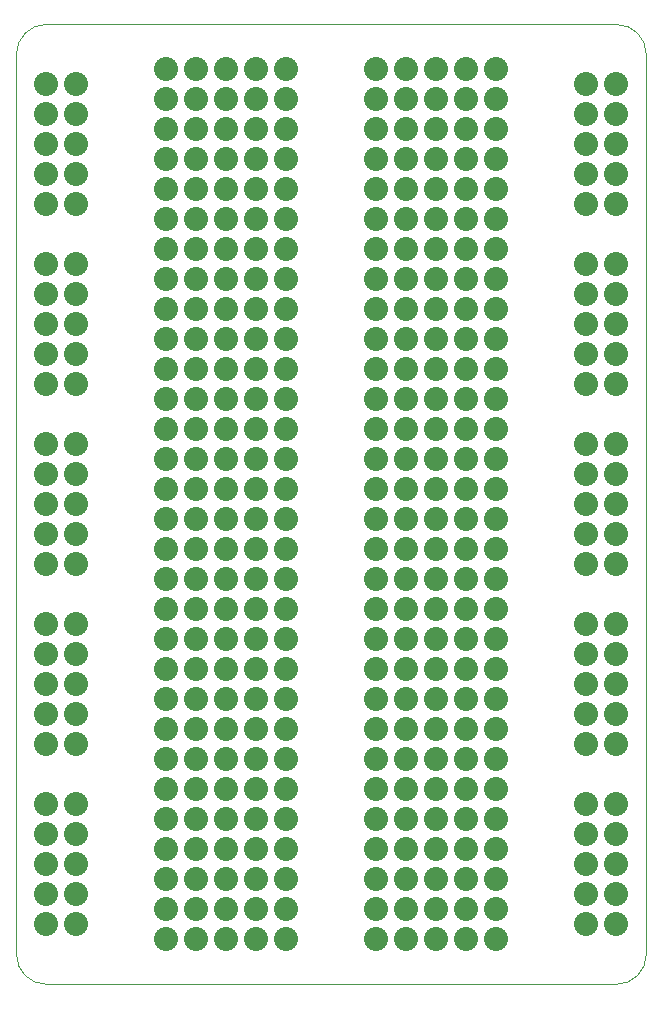
<source format=gbs>
G04 #@! TF.FileFunction,Soldermask,Bot*
%FSLAX46Y46*%
G04 Gerber Fmt 4.6, Leading zero omitted, Abs format (unit mm)*
G04 Created by KiCad (PCBNEW 0.201504151001+5600~22~ubuntu14.10.1-product) date Thu Apr 16 18:00:28 2015*
%MOMM*%
G01*
G04 APERTURE LIST*
%ADD10C,0.100000*%
%ADD11C,2.032000*%
G04 APERTURE END LIST*
D10*
X91440000Y-118110000D02*
G75*
G03X93980000Y-120650000I2540000J0D01*
G01*
X142240000Y-120650000D02*
G75*
G03X144780000Y-118110000I0J2540000D01*
G01*
X144780000Y-41910000D02*
G75*
G03X142240000Y-39370000I-2540000J0D01*
G01*
X93980000Y-39370000D02*
G75*
G03X91440000Y-41910000I0J-2540000D01*
G01*
X91440000Y-118110000D02*
X91440000Y-41910000D01*
X142240000Y-120650000D02*
X93980000Y-120650000D01*
X144780000Y-41910000D02*
X144780000Y-118110000D01*
X93980000Y-39370000D02*
X142240000Y-39370000D01*
D11*
X121920000Y-111760000D03*
X124460000Y-111760000D03*
X127000000Y-111760000D03*
X132080000Y-111760000D03*
X129540000Y-111760000D03*
X121920000Y-114300000D03*
X124460000Y-114300000D03*
X127000000Y-114300000D03*
X132080000Y-114300000D03*
X129540000Y-114300000D03*
X129540000Y-116840000D03*
X132080000Y-116840000D03*
X127000000Y-116840000D03*
X124460000Y-116840000D03*
X121920000Y-116840000D03*
X129540000Y-99060000D03*
X132080000Y-99060000D03*
X127000000Y-99060000D03*
X124460000Y-99060000D03*
X121920000Y-99060000D03*
X121920000Y-109220000D03*
X124460000Y-109220000D03*
X127000000Y-109220000D03*
X132080000Y-109220000D03*
X129540000Y-109220000D03*
X129540000Y-106680000D03*
X132080000Y-106680000D03*
X127000000Y-106680000D03*
X124460000Y-106680000D03*
X121920000Y-106680000D03*
X121920000Y-101600000D03*
X124460000Y-101600000D03*
X127000000Y-101600000D03*
X132080000Y-101600000D03*
X129540000Y-101600000D03*
X129540000Y-104140000D03*
X132080000Y-104140000D03*
X127000000Y-104140000D03*
X124460000Y-104140000D03*
X121920000Y-104140000D03*
X121920000Y-91440000D03*
X124460000Y-91440000D03*
X127000000Y-91440000D03*
X132080000Y-91440000D03*
X129540000Y-91440000D03*
X129540000Y-88900000D03*
X132080000Y-88900000D03*
X127000000Y-88900000D03*
X124460000Y-88900000D03*
X121920000Y-88900000D03*
X121920000Y-93980000D03*
X124460000Y-93980000D03*
X127000000Y-93980000D03*
X132080000Y-93980000D03*
X129540000Y-93980000D03*
X129540000Y-96520000D03*
X132080000Y-96520000D03*
X127000000Y-96520000D03*
X124460000Y-96520000D03*
X121920000Y-96520000D03*
X121920000Y-86360000D03*
X124460000Y-86360000D03*
X127000000Y-86360000D03*
X132080000Y-86360000D03*
X129540000Y-86360000D03*
X129540000Y-83820000D03*
X132080000Y-83820000D03*
X127000000Y-83820000D03*
X124460000Y-83820000D03*
X121920000Y-83820000D03*
X121920000Y-66040000D03*
X124460000Y-66040000D03*
X127000000Y-66040000D03*
X132080000Y-66040000D03*
X129540000Y-66040000D03*
X129540000Y-63500000D03*
X132080000Y-63500000D03*
X127000000Y-63500000D03*
X124460000Y-63500000D03*
X121920000Y-63500000D03*
X121920000Y-68580000D03*
X124460000Y-68580000D03*
X127000000Y-68580000D03*
X132080000Y-68580000D03*
X129540000Y-68580000D03*
X129540000Y-71120000D03*
X132080000Y-71120000D03*
X127000000Y-71120000D03*
X124460000Y-71120000D03*
X121920000Y-71120000D03*
X121920000Y-81280000D03*
X124460000Y-81280000D03*
X127000000Y-81280000D03*
X132080000Y-81280000D03*
X129540000Y-81280000D03*
X129540000Y-78740000D03*
X132080000Y-78740000D03*
X127000000Y-78740000D03*
X124460000Y-78740000D03*
X121920000Y-78740000D03*
X121920000Y-73660000D03*
X124460000Y-73660000D03*
X127000000Y-73660000D03*
X132080000Y-73660000D03*
X129540000Y-73660000D03*
X129540000Y-76200000D03*
X132080000Y-76200000D03*
X127000000Y-76200000D03*
X124460000Y-76200000D03*
X121920000Y-76200000D03*
X121920000Y-55880000D03*
X124460000Y-55880000D03*
X127000000Y-55880000D03*
X132080000Y-55880000D03*
X129540000Y-55880000D03*
X129540000Y-53340000D03*
X132080000Y-53340000D03*
X127000000Y-53340000D03*
X124460000Y-53340000D03*
X121920000Y-53340000D03*
X121920000Y-58420000D03*
X124460000Y-58420000D03*
X127000000Y-58420000D03*
X132080000Y-58420000D03*
X129540000Y-58420000D03*
X129540000Y-60960000D03*
X132080000Y-60960000D03*
X127000000Y-60960000D03*
X124460000Y-60960000D03*
X121920000Y-60960000D03*
X121920000Y-50800000D03*
X124460000Y-50800000D03*
X127000000Y-50800000D03*
X132080000Y-50800000D03*
X129540000Y-50800000D03*
X129540000Y-48260000D03*
X132080000Y-48260000D03*
X127000000Y-48260000D03*
X124460000Y-48260000D03*
X121920000Y-48260000D03*
X121920000Y-43180000D03*
X124460000Y-43180000D03*
X127000000Y-43180000D03*
X132080000Y-43180000D03*
X129540000Y-43180000D03*
X129540000Y-45720000D03*
X132080000Y-45720000D03*
X127000000Y-45720000D03*
X124460000Y-45720000D03*
X121920000Y-45720000D03*
X114300000Y-83820000D03*
X111760000Y-83820000D03*
X109220000Y-83820000D03*
X104140000Y-83820000D03*
X106680000Y-83820000D03*
X106680000Y-86360000D03*
X104140000Y-86360000D03*
X109220000Y-86360000D03*
X111760000Y-86360000D03*
X114300000Y-86360000D03*
X114300000Y-91440000D03*
X111760000Y-91440000D03*
X109220000Y-91440000D03*
X104140000Y-91440000D03*
X106680000Y-91440000D03*
X106680000Y-88900000D03*
X104140000Y-88900000D03*
X109220000Y-88900000D03*
X111760000Y-88900000D03*
X114300000Y-88900000D03*
X114300000Y-99060000D03*
X111760000Y-99060000D03*
X109220000Y-99060000D03*
X104140000Y-99060000D03*
X106680000Y-99060000D03*
X106680000Y-101600000D03*
X104140000Y-101600000D03*
X109220000Y-101600000D03*
X111760000Y-101600000D03*
X114300000Y-101600000D03*
X114300000Y-96520000D03*
X111760000Y-96520000D03*
X109220000Y-96520000D03*
X104140000Y-96520000D03*
X106680000Y-96520000D03*
X106680000Y-93980000D03*
X104140000Y-93980000D03*
X109220000Y-93980000D03*
X111760000Y-93980000D03*
X114300000Y-93980000D03*
X114300000Y-114300000D03*
X111760000Y-114300000D03*
X109220000Y-114300000D03*
X104140000Y-114300000D03*
X106680000Y-114300000D03*
X106680000Y-116840000D03*
X104140000Y-116840000D03*
X109220000Y-116840000D03*
X111760000Y-116840000D03*
X114300000Y-116840000D03*
X114300000Y-109220000D03*
X111760000Y-109220000D03*
X109220000Y-109220000D03*
X104140000Y-109220000D03*
X106680000Y-109220000D03*
X106680000Y-111760000D03*
X104140000Y-111760000D03*
X109220000Y-111760000D03*
X111760000Y-111760000D03*
X114300000Y-111760000D03*
X114300000Y-106680000D03*
X111760000Y-106680000D03*
X109220000Y-106680000D03*
X104140000Y-106680000D03*
X106680000Y-106680000D03*
X106680000Y-104140000D03*
X104140000Y-104140000D03*
X109220000Y-104140000D03*
X111760000Y-104140000D03*
X114300000Y-104140000D03*
X114300000Y-63500000D03*
X111760000Y-63500000D03*
X109220000Y-63500000D03*
X104140000Y-63500000D03*
X106680000Y-63500000D03*
X106680000Y-66040000D03*
X104140000Y-66040000D03*
X109220000Y-66040000D03*
X111760000Y-66040000D03*
X114300000Y-66040000D03*
X114300000Y-71120000D03*
X111760000Y-71120000D03*
X109220000Y-71120000D03*
X104140000Y-71120000D03*
X106680000Y-71120000D03*
X106680000Y-68580000D03*
X104140000Y-68580000D03*
X109220000Y-68580000D03*
X111760000Y-68580000D03*
X114300000Y-68580000D03*
X114300000Y-78740000D03*
X111760000Y-78740000D03*
X109220000Y-78740000D03*
X104140000Y-78740000D03*
X106680000Y-78740000D03*
X106680000Y-81280000D03*
X104140000Y-81280000D03*
X109220000Y-81280000D03*
X111760000Y-81280000D03*
X114300000Y-81280000D03*
X114300000Y-76200000D03*
X111760000Y-76200000D03*
X109220000Y-76200000D03*
X104140000Y-76200000D03*
X106680000Y-76200000D03*
X106680000Y-73660000D03*
X104140000Y-73660000D03*
X109220000Y-73660000D03*
X111760000Y-73660000D03*
X114300000Y-73660000D03*
X114300000Y-53340000D03*
X111760000Y-53340000D03*
X109220000Y-53340000D03*
X104140000Y-53340000D03*
X106680000Y-53340000D03*
X106680000Y-55880000D03*
X104140000Y-55880000D03*
X109220000Y-55880000D03*
X111760000Y-55880000D03*
X114300000Y-55880000D03*
X114300000Y-60960000D03*
X111760000Y-60960000D03*
X109220000Y-60960000D03*
X104140000Y-60960000D03*
X106680000Y-60960000D03*
X106680000Y-58420000D03*
X104140000Y-58420000D03*
X109220000Y-58420000D03*
X111760000Y-58420000D03*
X114300000Y-58420000D03*
X114300000Y-48260000D03*
X111760000Y-48260000D03*
X109220000Y-48260000D03*
X104140000Y-48260000D03*
X106680000Y-48260000D03*
X106680000Y-50800000D03*
X104140000Y-50800000D03*
X109220000Y-50800000D03*
X111760000Y-50800000D03*
X114300000Y-50800000D03*
X114300000Y-45720000D03*
X111760000Y-45720000D03*
X109220000Y-45720000D03*
X104140000Y-45720000D03*
X106680000Y-45720000D03*
X106680000Y-43180000D03*
X104140000Y-43180000D03*
X109220000Y-43180000D03*
X111760000Y-43180000D03*
X114300000Y-43180000D03*
X93980000Y-115570000D03*
X96520000Y-115570000D03*
X96520000Y-113030000D03*
X93980000Y-113030000D03*
X93980000Y-107950000D03*
X96520000Y-107950000D03*
X96520000Y-110490000D03*
X93980000Y-110490000D03*
X93980000Y-100330000D03*
X96520000Y-100330000D03*
X96520000Y-97790000D03*
X93980000Y-97790000D03*
X96520000Y-105410000D03*
X93980000Y-105410000D03*
X93980000Y-85090000D03*
X96520000Y-85090000D03*
X96520000Y-82550000D03*
X93980000Y-82550000D03*
X93980000Y-77470000D03*
X96520000Y-77470000D03*
X96520000Y-80010000D03*
X93980000Y-80010000D03*
X93980000Y-90170000D03*
X96520000Y-90170000D03*
X93980000Y-92710000D03*
X96520000Y-92710000D03*
X96520000Y-95250000D03*
X93980000Y-95250000D03*
X93980000Y-54610000D03*
X96520000Y-54610000D03*
X96520000Y-52070000D03*
X93980000Y-52070000D03*
X93980000Y-46990000D03*
X96520000Y-46990000D03*
X96520000Y-49530000D03*
X93980000Y-49530000D03*
X96520000Y-44450000D03*
X93980000Y-44450000D03*
X93980000Y-64770000D03*
X96520000Y-64770000D03*
X96520000Y-62230000D03*
X93980000Y-62230000D03*
X96520000Y-59690000D03*
X93980000Y-59690000D03*
X93980000Y-69850000D03*
X96520000Y-69850000D03*
X96520000Y-67310000D03*
X93980000Y-67310000D03*
X96520000Y-74930000D03*
X93980000Y-74930000D03*
X142240000Y-74930000D03*
X139700000Y-74930000D03*
X142240000Y-67310000D03*
X139700000Y-67310000D03*
X139700000Y-69850000D03*
X142240000Y-69850000D03*
X142240000Y-59690000D03*
X139700000Y-59690000D03*
X142240000Y-62230000D03*
X139700000Y-62230000D03*
X139700000Y-64770000D03*
X142240000Y-64770000D03*
X142240000Y-44450000D03*
X139700000Y-44450000D03*
X142240000Y-49530000D03*
X139700000Y-49530000D03*
X139700000Y-46990000D03*
X142240000Y-46990000D03*
X142240000Y-52070000D03*
X139700000Y-52070000D03*
X139700000Y-54610000D03*
X142240000Y-54610000D03*
X142240000Y-95250000D03*
X139700000Y-95250000D03*
X139700000Y-92710000D03*
X142240000Y-92710000D03*
X139700000Y-90170000D03*
X142240000Y-90170000D03*
X142240000Y-80010000D03*
X139700000Y-80010000D03*
X139700000Y-77470000D03*
X142240000Y-77470000D03*
X142240000Y-82550000D03*
X139700000Y-82550000D03*
X139700000Y-85090000D03*
X142240000Y-85090000D03*
X142240000Y-105410000D03*
X139700000Y-105410000D03*
X142240000Y-97790000D03*
X139700000Y-97790000D03*
X139700000Y-100330000D03*
X142240000Y-100330000D03*
X142240000Y-110490000D03*
X139700000Y-110490000D03*
X139700000Y-107950000D03*
X142240000Y-107950000D03*
X142240000Y-113030000D03*
X139700000Y-113030000D03*
X139700000Y-115570000D03*
X142240000Y-115570000D03*
M02*

</source>
